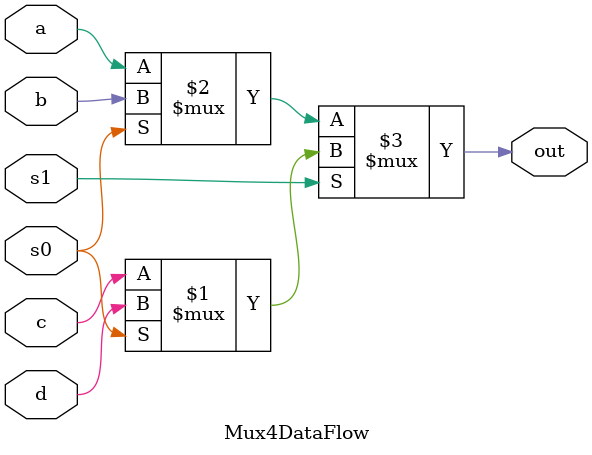
<source format=v>
module Mux4DataFlow (
input    a, 
input    b, 
input    c, 
input    d, 
input    s0, s1,
output    out
); 

 assign out = s1 ? (s0 ? d : c) : (s0 ? b : a); 

endmodule

</source>
